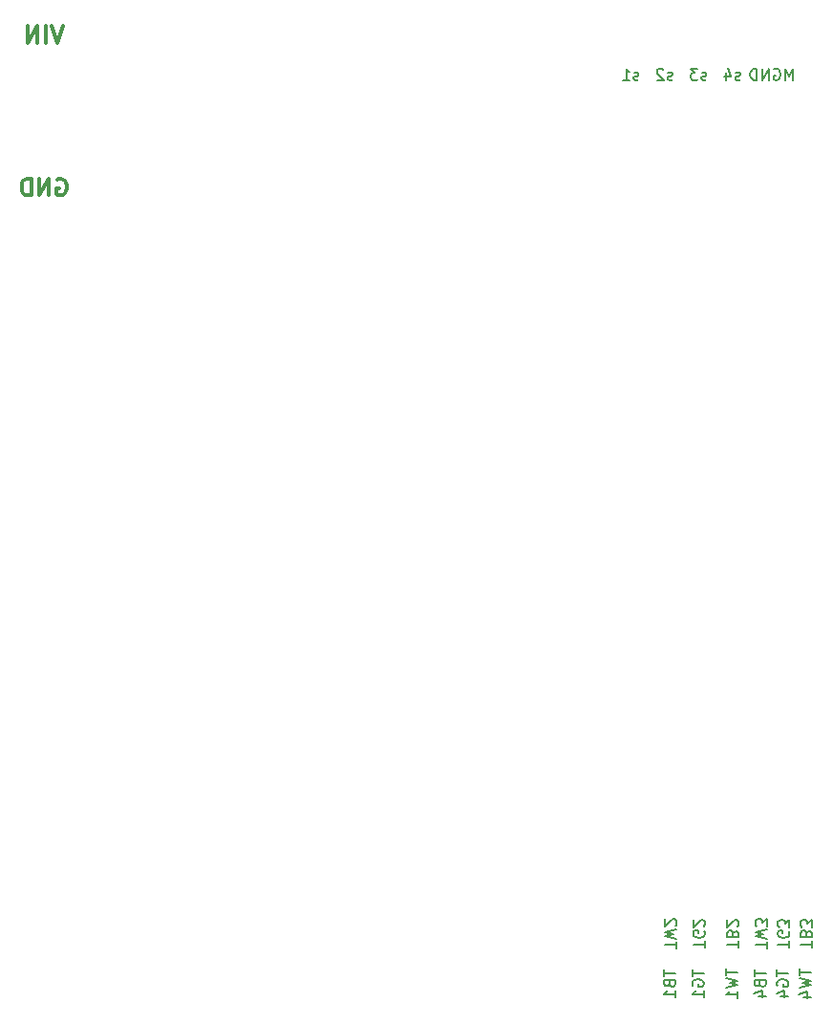
<source format=gbo>
G04 #@! TF.GenerationSoftware,KiCad,Pcbnew,(5.0.2)-1*
G04 #@! TF.CreationDate,2022-03-15T14:53:39+05:30*
G04 #@! TF.ProjectId,4ESC_board,34455343-5f62-46f6-9172-642e6b696361,rev?*
G04 #@! TF.SameCoordinates,Original*
G04 #@! TF.FileFunction,Legend,Bot*
G04 #@! TF.FilePolarity,Positive*
%FSLAX46Y46*%
G04 Gerber Fmt 4.6, Leading zero omitted, Abs format (unit mm)*
G04 Created by KiCad (PCBNEW (5.0.2)-1) date 03/15/22 14:53:39*
%MOMM*%
%LPD*%
G01*
G04 APERTURE LIST*
%ADD10C,0.300000*%
%ADD11C,0.200000*%
G04 APERTURE END LIST*
D10*
X90142857Y-51250000D02*
X90285714Y-51178571D01*
X90500000Y-51178571D01*
X90714285Y-51250000D01*
X90857142Y-51392857D01*
X90928571Y-51535714D01*
X91000000Y-51821428D01*
X91000000Y-52035714D01*
X90928571Y-52321428D01*
X90857142Y-52464285D01*
X90714285Y-52607142D01*
X90500000Y-52678571D01*
X90357142Y-52678571D01*
X90142857Y-52607142D01*
X90071428Y-52535714D01*
X90071428Y-52035714D01*
X90357142Y-52035714D01*
X89428571Y-52678571D02*
X89428571Y-51178571D01*
X88571428Y-52678571D01*
X88571428Y-51178571D01*
X87857142Y-52678571D02*
X87857142Y-51178571D01*
X87500000Y-51178571D01*
X87285714Y-51250000D01*
X87142857Y-51392857D01*
X87071428Y-51535714D01*
X87000000Y-51821428D01*
X87000000Y-52035714D01*
X87071428Y-52321428D01*
X87142857Y-52464285D01*
X87285714Y-52607142D01*
X87500000Y-52678571D01*
X87857142Y-52678571D01*
X90642857Y-37678571D02*
X90142857Y-39178571D01*
X89642857Y-37678571D01*
X89142857Y-39178571D02*
X89142857Y-37678571D01*
X88428571Y-39178571D02*
X88428571Y-37678571D01*
X87571428Y-39178571D01*
X87571428Y-37678571D01*
D11*
X155357142Y-42452380D02*
X155357142Y-41452380D01*
X155023809Y-42166666D01*
X154690476Y-41452380D01*
X154690476Y-42452380D01*
X153690476Y-41500000D02*
X153785714Y-41452380D01*
X153928571Y-41452380D01*
X154071428Y-41500000D01*
X154166666Y-41595238D01*
X154214285Y-41690476D01*
X154261904Y-41880952D01*
X154261904Y-42023809D01*
X154214285Y-42214285D01*
X154166666Y-42309523D01*
X154071428Y-42404761D01*
X153928571Y-42452380D01*
X153833333Y-42452380D01*
X153690476Y-42404761D01*
X153642857Y-42357142D01*
X153642857Y-42023809D01*
X153833333Y-42023809D01*
X153214285Y-42452380D02*
X153214285Y-41452380D01*
X152642857Y-42452380D01*
X152642857Y-41452380D01*
X152166666Y-42452380D02*
X152166666Y-41452380D01*
X151928571Y-41452380D01*
X151785714Y-41500000D01*
X151690476Y-41595238D01*
X151642857Y-41690476D01*
X151595238Y-41880952D01*
X151595238Y-42023809D01*
X151642857Y-42214285D01*
X151690476Y-42309523D01*
X151785714Y-42404761D01*
X151928571Y-42452380D01*
X152166666Y-42452380D01*
X150690476Y-42404761D02*
X150595238Y-42452380D01*
X150404761Y-42452380D01*
X150309523Y-42404761D01*
X150261904Y-42309523D01*
X150261904Y-42261904D01*
X150309523Y-42166666D01*
X150404761Y-42119047D01*
X150547619Y-42119047D01*
X150642857Y-42071428D01*
X150690476Y-41976190D01*
X150690476Y-41928571D01*
X150642857Y-41833333D01*
X150547619Y-41785714D01*
X150404761Y-41785714D01*
X150309523Y-41833333D01*
X149404761Y-41785714D02*
X149404761Y-42452380D01*
X149642857Y-41404761D02*
X149880952Y-42119047D01*
X149261904Y-42119047D01*
X147690476Y-42404761D02*
X147595238Y-42452380D01*
X147404761Y-42452380D01*
X147309523Y-42404761D01*
X147261904Y-42309523D01*
X147261904Y-42261904D01*
X147309523Y-42166666D01*
X147404761Y-42119047D01*
X147547619Y-42119047D01*
X147642857Y-42071428D01*
X147690476Y-41976190D01*
X147690476Y-41928571D01*
X147642857Y-41833333D01*
X147547619Y-41785714D01*
X147404761Y-41785714D01*
X147309523Y-41833333D01*
X146928571Y-41452380D02*
X146309523Y-41452380D01*
X146642857Y-41833333D01*
X146500000Y-41833333D01*
X146404761Y-41880952D01*
X146357142Y-41928571D01*
X146309523Y-42023809D01*
X146309523Y-42261904D01*
X146357142Y-42357142D01*
X146404761Y-42404761D01*
X146500000Y-42452380D01*
X146785714Y-42452380D01*
X146880952Y-42404761D01*
X146928571Y-42357142D01*
X144690476Y-42404761D02*
X144595238Y-42452380D01*
X144404761Y-42452380D01*
X144309523Y-42404761D01*
X144261904Y-42309523D01*
X144261904Y-42261904D01*
X144309523Y-42166666D01*
X144404761Y-42119047D01*
X144547619Y-42119047D01*
X144642857Y-42071428D01*
X144690476Y-41976190D01*
X144690476Y-41928571D01*
X144642857Y-41833333D01*
X144547619Y-41785714D01*
X144404761Y-41785714D01*
X144309523Y-41833333D01*
X143880952Y-41547619D02*
X143833333Y-41500000D01*
X143738095Y-41452380D01*
X143500000Y-41452380D01*
X143404761Y-41500000D01*
X143357142Y-41547619D01*
X143309523Y-41642857D01*
X143309523Y-41738095D01*
X143357142Y-41880952D01*
X143928571Y-42452380D01*
X143309523Y-42452380D01*
X141690476Y-42404761D02*
X141595238Y-42452380D01*
X141404761Y-42452380D01*
X141309523Y-42404761D01*
X141261904Y-42309523D01*
X141261904Y-42261904D01*
X141309523Y-42166666D01*
X141404761Y-42119047D01*
X141547619Y-42119047D01*
X141642857Y-42071428D01*
X141690476Y-41976190D01*
X141690476Y-41928571D01*
X141642857Y-41833333D01*
X141547619Y-41785714D01*
X141404761Y-41785714D01*
X141309523Y-41833333D01*
X140309523Y-42452380D02*
X140880952Y-42452380D01*
X140595238Y-42452380D02*
X140595238Y-41452380D01*
X140690476Y-41595238D01*
X140785714Y-41690476D01*
X140880952Y-41738095D01*
X157047619Y-119261904D02*
X157047619Y-118690476D01*
X156047619Y-118976190D02*
X157047619Y-118976190D01*
X156571428Y-118023809D02*
X156523809Y-117880952D01*
X156476190Y-117833333D01*
X156380952Y-117785714D01*
X156238095Y-117785714D01*
X156142857Y-117833333D01*
X156095238Y-117880952D01*
X156047619Y-117976190D01*
X156047619Y-118357142D01*
X157047619Y-118357142D01*
X157047619Y-118023809D01*
X157000000Y-117928571D01*
X156952380Y-117880952D01*
X156857142Y-117833333D01*
X156761904Y-117833333D01*
X156666666Y-117880952D01*
X156619047Y-117928571D01*
X156571428Y-118023809D01*
X156571428Y-118357142D01*
X157047619Y-117452380D02*
X157047619Y-116833333D01*
X156666666Y-117166666D01*
X156666666Y-117023809D01*
X156619047Y-116928571D01*
X156571428Y-116880952D01*
X156476190Y-116833333D01*
X156238095Y-116833333D01*
X156142857Y-116880952D01*
X156095238Y-116928571D01*
X156047619Y-117023809D01*
X156047619Y-117309523D01*
X156095238Y-117404761D01*
X156142857Y-117452380D01*
X153047619Y-119333333D02*
X153047619Y-118761904D01*
X152047619Y-119047619D02*
X153047619Y-119047619D01*
X153047619Y-118523809D02*
X152047619Y-118285714D01*
X152761904Y-118095238D01*
X152047619Y-117904761D01*
X153047619Y-117666666D01*
X153047619Y-117380952D02*
X153047619Y-116761904D01*
X152666666Y-117095238D01*
X152666666Y-116952380D01*
X152619047Y-116857142D01*
X152571428Y-116809523D01*
X152476190Y-116761904D01*
X152238095Y-116761904D01*
X152142857Y-116809523D01*
X152095238Y-116857142D01*
X152047619Y-116952380D01*
X152047619Y-117238095D01*
X152095238Y-117333333D01*
X152142857Y-117380952D01*
X155047619Y-119261904D02*
X155047619Y-118690476D01*
X154047619Y-118976190D02*
X155047619Y-118976190D01*
X155000000Y-117833333D02*
X155047619Y-117928571D01*
X155047619Y-118071428D01*
X155000000Y-118214285D01*
X154904761Y-118309523D01*
X154809523Y-118357142D01*
X154619047Y-118404761D01*
X154476190Y-118404761D01*
X154285714Y-118357142D01*
X154190476Y-118309523D01*
X154095238Y-118214285D01*
X154047619Y-118071428D01*
X154047619Y-117976190D01*
X154095238Y-117833333D01*
X154142857Y-117785714D01*
X154476190Y-117785714D01*
X154476190Y-117976190D01*
X155047619Y-117452380D02*
X155047619Y-116833333D01*
X154666666Y-117166666D01*
X154666666Y-117023809D01*
X154619047Y-116928571D01*
X154571428Y-116880952D01*
X154476190Y-116833333D01*
X154238095Y-116833333D01*
X154142857Y-116880952D01*
X154095238Y-116928571D01*
X154047619Y-117023809D01*
X154047619Y-117309523D01*
X154095238Y-117404761D01*
X154142857Y-117452380D01*
X150547619Y-119261904D02*
X150547619Y-118690476D01*
X149547619Y-118976190D02*
X150547619Y-118976190D01*
X150071428Y-118023809D02*
X150023809Y-117880952D01*
X149976190Y-117833333D01*
X149880952Y-117785714D01*
X149738095Y-117785714D01*
X149642857Y-117833333D01*
X149595238Y-117880952D01*
X149547619Y-117976190D01*
X149547619Y-118357142D01*
X150547619Y-118357142D01*
X150547619Y-118023809D01*
X150500000Y-117928571D01*
X150452380Y-117880952D01*
X150357142Y-117833333D01*
X150261904Y-117833333D01*
X150166666Y-117880952D01*
X150119047Y-117928571D01*
X150071428Y-118023809D01*
X150071428Y-118357142D01*
X150452380Y-117404761D02*
X150500000Y-117357142D01*
X150547619Y-117261904D01*
X150547619Y-117023809D01*
X150500000Y-116928571D01*
X150452380Y-116880952D01*
X150357142Y-116833333D01*
X150261904Y-116833333D01*
X150119047Y-116880952D01*
X149547619Y-117452380D01*
X149547619Y-116833333D01*
X145047619Y-119333333D02*
X145047619Y-118761904D01*
X144047619Y-119047619D02*
X145047619Y-119047619D01*
X145047619Y-118523809D02*
X144047619Y-118285714D01*
X144761904Y-118095238D01*
X144047619Y-117904761D01*
X145047619Y-117666666D01*
X144952380Y-117333333D02*
X145000000Y-117285714D01*
X145047619Y-117190476D01*
X145047619Y-116952380D01*
X145000000Y-116857142D01*
X144952380Y-116809523D01*
X144857142Y-116761904D01*
X144761904Y-116761904D01*
X144619047Y-116809523D01*
X144047619Y-117380952D01*
X144047619Y-116761904D01*
X147547619Y-119261904D02*
X147547619Y-118690476D01*
X146547619Y-118976190D02*
X147547619Y-118976190D01*
X147500000Y-117833333D02*
X147547619Y-117928571D01*
X147547619Y-118071428D01*
X147500000Y-118214285D01*
X147404761Y-118309523D01*
X147309523Y-118357142D01*
X147119047Y-118404761D01*
X146976190Y-118404761D01*
X146785714Y-118357142D01*
X146690476Y-118309523D01*
X146595238Y-118214285D01*
X146547619Y-118071428D01*
X146547619Y-117976190D01*
X146595238Y-117833333D01*
X146642857Y-117785714D01*
X146976190Y-117785714D01*
X146976190Y-117976190D01*
X147452380Y-117404761D02*
X147500000Y-117357142D01*
X147547619Y-117261904D01*
X147547619Y-117023809D01*
X147500000Y-116928571D01*
X147452380Y-116880952D01*
X147357142Y-116833333D01*
X147261904Y-116833333D01*
X147119047Y-116880952D01*
X146547619Y-117452380D01*
X146547619Y-116833333D01*
X143952380Y-121238095D02*
X143952380Y-121809523D01*
X144952380Y-121523809D02*
X143952380Y-121523809D01*
X144428571Y-122476190D02*
X144476190Y-122619047D01*
X144523809Y-122666666D01*
X144619047Y-122714285D01*
X144761904Y-122714285D01*
X144857142Y-122666666D01*
X144904761Y-122619047D01*
X144952380Y-122523809D01*
X144952380Y-122142857D01*
X143952380Y-122142857D01*
X143952380Y-122476190D01*
X144000000Y-122571428D01*
X144047619Y-122619047D01*
X144142857Y-122666666D01*
X144238095Y-122666666D01*
X144333333Y-122619047D01*
X144380952Y-122571428D01*
X144428571Y-122476190D01*
X144428571Y-122142857D01*
X144952380Y-123666666D02*
X144952380Y-123095238D01*
X144952380Y-123380952D02*
X143952380Y-123380952D01*
X144095238Y-123285714D01*
X144190476Y-123190476D01*
X144238095Y-123095238D01*
X146452380Y-121238095D02*
X146452380Y-121809523D01*
X147452380Y-121523809D02*
X146452380Y-121523809D01*
X146500000Y-122666666D02*
X146452380Y-122571428D01*
X146452380Y-122428571D01*
X146500000Y-122285714D01*
X146595238Y-122190476D01*
X146690476Y-122142857D01*
X146880952Y-122095238D01*
X147023809Y-122095238D01*
X147214285Y-122142857D01*
X147309523Y-122190476D01*
X147404761Y-122285714D01*
X147452380Y-122428571D01*
X147452380Y-122523809D01*
X147404761Y-122666666D01*
X147357142Y-122714285D01*
X147023809Y-122714285D01*
X147023809Y-122523809D01*
X147452380Y-123666666D02*
X147452380Y-123095238D01*
X147452380Y-123380952D02*
X146452380Y-123380952D01*
X146595238Y-123285714D01*
X146690476Y-123190476D01*
X146738095Y-123095238D01*
X149452380Y-121166666D02*
X149452380Y-121738095D01*
X150452380Y-121452380D02*
X149452380Y-121452380D01*
X149452380Y-121976190D02*
X150452380Y-122214285D01*
X149738095Y-122404761D01*
X150452380Y-122595238D01*
X149452380Y-122833333D01*
X150452380Y-123738095D02*
X150452380Y-123166666D01*
X150452380Y-123452380D02*
X149452380Y-123452380D01*
X149595238Y-123357142D01*
X149690476Y-123261904D01*
X149738095Y-123166666D01*
X153952380Y-121238095D02*
X153952380Y-121809523D01*
X154952380Y-121523809D02*
X153952380Y-121523809D01*
X154000000Y-122666666D02*
X153952380Y-122571428D01*
X153952380Y-122428571D01*
X154000000Y-122285714D01*
X154095238Y-122190476D01*
X154190476Y-122142857D01*
X154380952Y-122095238D01*
X154523809Y-122095238D01*
X154714285Y-122142857D01*
X154809523Y-122190476D01*
X154904761Y-122285714D01*
X154952380Y-122428571D01*
X154952380Y-122523809D01*
X154904761Y-122666666D01*
X154857142Y-122714285D01*
X154523809Y-122714285D01*
X154523809Y-122523809D01*
X154285714Y-123571428D02*
X154952380Y-123571428D01*
X153904761Y-123333333D02*
X154619047Y-123095238D01*
X154619047Y-123714285D01*
X155952380Y-121166666D02*
X155952380Y-121738095D01*
X156952380Y-121452380D02*
X155952380Y-121452380D01*
X155952380Y-121976190D02*
X156952380Y-122214285D01*
X156238095Y-122404761D01*
X156952380Y-122595238D01*
X155952380Y-122833333D01*
X156285714Y-123642857D02*
X156952380Y-123642857D01*
X155904761Y-123404761D02*
X156619047Y-123166666D01*
X156619047Y-123785714D01*
X151952380Y-121238095D02*
X151952380Y-121809523D01*
X152952380Y-121523809D02*
X151952380Y-121523809D01*
X152428571Y-122476190D02*
X152476190Y-122619047D01*
X152523809Y-122666666D01*
X152619047Y-122714285D01*
X152761904Y-122714285D01*
X152857142Y-122666666D01*
X152904761Y-122619047D01*
X152952380Y-122523809D01*
X152952380Y-122142857D01*
X151952380Y-122142857D01*
X151952380Y-122476190D01*
X152000000Y-122571428D01*
X152047619Y-122619047D01*
X152142857Y-122666666D01*
X152238095Y-122666666D01*
X152333333Y-122619047D01*
X152380952Y-122571428D01*
X152428571Y-122476190D01*
X152428571Y-122142857D01*
X152285714Y-123571428D02*
X152952380Y-123571428D01*
X151904761Y-123333333D02*
X152619047Y-123095238D01*
X152619047Y-123714285D01*
M02*

</source>
